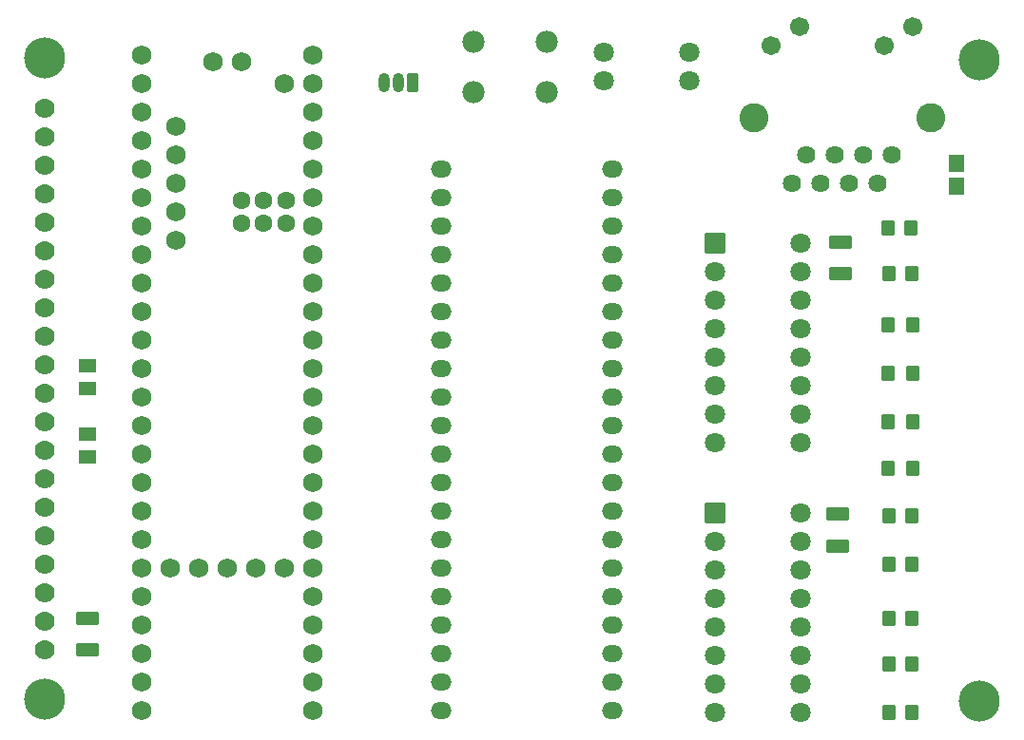
<source format=gts>
G04 Layer: TopSolderMaskLayer*
G04 EasyEDA v6.5.39, 2024-01-24 12:43:59*
G04 deea6d9213314a98b6ebed6103c3b4d4,cb1d8df9e4d043698efa6217e4288dd5,10*
G04 Gerber Generator version 0.2*
G04 Scale: 100 percent, Rotated: No, Reflected: No *
G04 Dimensions in millimeters *
G04 leading zeros omitted , absolute positions ,4 integer and 5 decimal *
%FSLAX45Y45*%
%MOMM*%

%AMMACRO1*1,1,$1,$2,$3*1,1,$1,$4,$5*1,1,$1,0-$2,0-$3*1,1,$1,0-$4,0-$5*20,1,$1,$2,$3,$4,$5,0*20,1,$1,$4,$5,0-$2,0-$3,0*20,1,$1,0-$2,0-$3,0-$4,0-$5,0*20,1,$1,0-$4,0-$5,$2,$3,0*4,1,4,$2,$3,$4,$5,0-$2,0-$3,0-$4,0-$5,$2,$3,0*%
%ADD10C,1.7780*%
%ADD11C,3.6576*%
%ADD12MACRO1,0.1016X-0.935X0.515X0.935X0.515*%
%ADD13C,1.7016*%
%ADD14C,1.6256*%
%ADD15C,2.6016*%
%ADD16O,1.8516092000000002X1.5015972000000002*%
%ADD17C,1.8016*%
%ADD18R,1.4516X1.5116*%
%ADD19O,1.0015981999999999X1.7015968*%
%ADD20MACRO1,0.1016X-0.45X0.8X0.45X0.8*%
%ADD21MACRO1,0.1016X-0.85X0.85X0.85X0.85*%
%ADD22MACRO1,0.1016X-0.6885X0.5663X0.6885X0.5663*%
%ADD23MACRO1,0.1016X-0.6885X-0.5663X0.6885X-0.5663*%
%ADD24MACRO1,0.1016X-0.5X0.625X0.5X0.625*%
%ADD25MACRO1,0.1016X-0.55X-0.625X0.55X-0.625*%
%ADD26C,1.9812*%
%ADD27C,1.7272*%
%ADD28C,1.6032*%
%ADD29C,0.0102*%

%LPD*%
D10*
G01*
X787400Y11303000D03*
G01*
X787400Y11557000D03*
G01*
X787400Y11811000D03*
G01*
X787400Y12065000D03*
G01*
X787400Y12319000D03*
G01*
X787400Y12573000D03*
G01*
X787400Y12827000D03*
G01*
X787400Y13081000D03*
G01*
X787400Y13335000D03*
G01*
X787400Y13589000D03*
G01*
X787400Y13843000D03*
G01*
X787400Y14097000D03*
G01*
X787400Y14351000D03*
G01*
X787400Y14605000D03*
G01*
X787400Y14859000D03*
G01*
X787400Y15113000D03*
G01*
X787400Y15367000D03*
G01*
X787400Y15621000D03*
G01*
X787400Y15875000D03*
G01*
X787400Y16129000D03*
D11*
G01*
X9105900Y10845800D03*
G01*
X9105900Y16560800D03*
G01*
X787400Y16573500D03*
G01*
X787400Y10858500D03*
D12*
G01*
X7874000Y14937511D03*
G01*
X7874000Y14653488D03*
D13*
G01*
X7508234Y16852823D03*
G01*
X7254234Y16682821D03*
G01*
X8519231Y16852823D03*
G01*
X8265231Y16682821D03*
D14*
G01*
X8331220Y15709823D03*
G01*
X8204220Y15455823D03*
G01*
X8077220Y15709823D03*
G01*
X7950220Y15455823D03*
G01*
X7823220Y15709823D03*
G01*
X7696220Y15455823D03*
G01*
X7569220Y15709823D03*
G01*
X7442220Y15455823D03*
D15*
G01*
X8674247Y16039820D03*
G01*
X7099244Y16039845D03*
D16*
G01*
X4318000Y15582900D03*
G01*
X5842000Y15582900D03*
G01*
X4318000Y15328900D03*
G01*
X5842000Y15328900D03*
G01*
X4318000Y15074900D03*
G01*
X5842000Y15074900D03*
G01*
X4318000Y14820900D03*
G01*
X5842000Y14820900D03*
G01*
X4318000Y14566900D03*
G01*
X5842000Y14566900D03*
G01*
X4318000Y14312900D03*
G01*
X5842000Y14312900D03*
G01*
X4318000Y14058900D03*
G01*
X5842000Y14058900D03*
G01*
X4318000Y13804900D03*
G01*
X5842000Y13804900D03*
G01*
X4318000Y13550900D03*
G01*
X5842000Y13550900D03*
G01*
X4318000Y13296900D03*
G01*
X5842000Y13296900D03*
G01*
X4318000Y13042900D03*
G01*
X5842000Y13042900D03*
G01*
X4318000Y12788900D03*
G01*
X5842000Y12788900D03*
G01*
X4318000Y12534900D03*
G01*
X5842000Y12534900D03*
G01*
X4318000Y12280900D03*
G01*
X5842000Y12280900D03*
G01*
X4318000Y12026900D03*
G01*
X5842000Y12026900D03*
G01*
X4318000Y11772900D03*
G01*
X5842000Y11772900D03*
G01*
X4318000Y11518900D03*
G01*
X5842000Y11518900D03*
G01*
X4318000Y11264900D03*
G01*
X5842000Y11264900D03*
G01*
X4318000Y11010900D03*
G01*
X5842000Y11010900D03*
G01*
X4318000Y10756900D03*
G01*
X5842000Y10756900D03*
D17*
G01*
X5765800Y16624300D03*
G01*
X5765800Y16370300D03*
G01*
X6527800Y16370300D03*
G01*
X6527800Y16624300D03*
D18*
G01*
X8902700Y15632099D03*
G01*
X8902700Y15432100D03*
D19*
G01*
X3810000Y16357600D03*
G01*
X3937000Y16357600D03*
D20*
G01*
X4064001Y16357600D03*
D21*
G01*
X6756391Y12522147D03*
D17*
G01*
X6756400Y12268149D03*
G01*
X6756400Y10998149D03*
G01*
X6756400Y10744149D03*
G01*
X6756400Y12014149D03*
G01*
X6756400Y11760149D03*
G01*
X6756400Y11252149D03*
G01*
X6756400Y11506149D03*
G01*
X7518400Y10744149D03*
G01*
X7518400Y10998149D03*
G01*
X7518400Y11252149D03*
G01*
X7518400Y11506149D03*
G01*
X7518400Y11760149D03*
G01*
X7518400Y12014149D03*
G01*
X7518400Y12268149D03*
G01*
X7518400Y12522149D03*
D21*
G01*
X6756391Y14922447D03*
D17*
G01*
X6756400Y14668449D03*
G01*
X6756400Y13398449D03*
G01*
X6756400Y13144449D03*
G01*
X6756400Y14414449D03*
G01*
X6756400Y14160449D03*
G01*
X6756400Y13652449D03*
G01*
X6756400Y13906449D03*
G01*
X7518400Y13144449D03*
G01*
X7518400Y13398449D03*
G01*
X7518400Y13652449D03*
G01*
X7518400Y13906449D03*
G01*
X7518400Y14160449D03*
G01*
X7518400Y14414449D03*
G01*
X7518400Y14668449D03*
G01*
X7518400Y14922449D03*
D22*
G01*
X1168400Y13019095D03*
D23*
G01*
X1168400Y13219104D03*
D24*
G01*
X8297397Y13766789D03*
G01*
X8517412Y13766789D03*
G01*
X8297478Y12915879D03*
G01*
X8517493Y12915879D03*
D12*
G01*
X7848600Y12511811D03*
G01*
X7848600Y12227788D03*
G01*
X1168400Y11584711D03*
G01*
X1168400Y11300688D03*
D25*
G01*
X8496301Y15062200D03*
G01*
X8293101Y15062200D03*
G01*
X8509001Y14655800D03*
G01*
X8305801Y14655800D03*
D24*
G01*
X8297397Y14198589D03*
G01*
X8517412Y14198589D03*
D25*
G01*
X8509001Y12496800D03*
G01*
X8305801Y12496800D03*
D24*
G01*
X8297397Y13334989D03*
G01*
X8517412Y13334989D03*
D25*
G01*
X8509001Y11582400D03*
G01*
X8305801Y11582400D03*
G01*
X8509001Y12065000D03*
G01*
X8305801Y12065000D03*
G01*
X8509001Y10744200D03*
G01*
X8305801Y10744200D03*
G01*
X8509001Y11176000D03*
G01*
X8305801Y11176000D03*
D22*
G01*
X1168400Y13628695D03*
D23*
G01*
X1168400Y13828704D03*
D26*
G01*
X4602759Y16724020D03*
G01*
X5252999Y16724020D03*
G01*
X4602759Y16271900D03*
G01*
X5252999Y16271900D03*
D27*
G01*
X1651000Y10756900D03*
G01*
X1651000Y11264900D03*
G01*
X1651000Y11518900D03*
G01*
X1651000Y11010900D03*
G01*
X1651000Y11772900D03*
G01*
X3175000Y11010900D03*
G01*
X3175000Y10756900D03*
G01*
X1651000Y12026900D03*
G01*
X1905000Y12026900D03*
G01*
X2159000Y12026900D03*
G01*
X2413000Y12026900D03*
G01*
X2667000Y12026900D03*
G01*
X2921000Y12026900D03*
G01*
X3175000Y12026900D03*
G01*
X3175000Y11772900D03*
G01*
X3175000Y11518900D03*
G01*
X3175000Y11264900D03*
G01*
X1651000Y12280900D03*
G01*
X1651000Y12788900D03*
G01*
X1651000Y13042900D03*
G01*
X1651000Y13296900D03*
G01*
X1651000Y13550900D03*
G01*
X1651000Y13804900D03*
G01*
X1651000Y14058900D03*
G01*
X1651000Y14312900D03*
G01*
X1651000Y14566900D03*
G01*
X1651000Y14820900D03*
G01*
X1651000Y15074900D03*
G01*
X1651000Y15328900D03*
G01*
X1651000Y15582900D03*
G01*
X1651000Y15836900D03*
G01*
X1651000Y16090900D03*
G01*
X1651000Y16344900D03*
G01*
X1651000Y16598900D03*
G01*
X3175000Y16598900D03*
G01*
X3175000Y16344900D03*
G01*
X3175000Y16090900D03*
G01*
X3175000Y15836900D03*
G01*
X3175000Y15582900D03*
G01*
X3175000Y15328900D03*
G01*
X3175000Y15074900D03*
G01*
X3175000Y14820900D03*
G01*
X3175000Y14566900D03*
G01*
X3175000Y14312900D03*
G01*
X3175000Y14058900D03*
G01*
X3175000Y13804900D03*
G01*
X3175000Y13550900D03*
G01*
X3175000Y13296900D03*
G01*
X3175000Y13042900D03*
G01*
X3175000Y12788900D03*
G01*
X3175000Y12280900D03*
G01*
X2921000Y16344900D03*
D28*
G01*
X2734995Y15301899D03*
G01*
X2934995Y15101900D03*
G01*
X2934995Y15301899D03*
D27*
G01*
X3175000Y12534900D03*
G01*
X1651000Y12534900D03*
G01*
X2286000Y16537889D03*
G01*
X2540000Y16537889D03*
G01*
X1950999Y15963900D03*
G01*
X1950999Y15709900D03*
G01*
X1950999Y15455900D03*
G01*
X1950999Y15201900D03*
G01*
X1950999Y14947900D03*
D28*
G01*
X2534996Y15301899D03*
G01*
X2734995Y15101900D03*
G01*
X2534996Y15101900D03*
M02*

</source>
